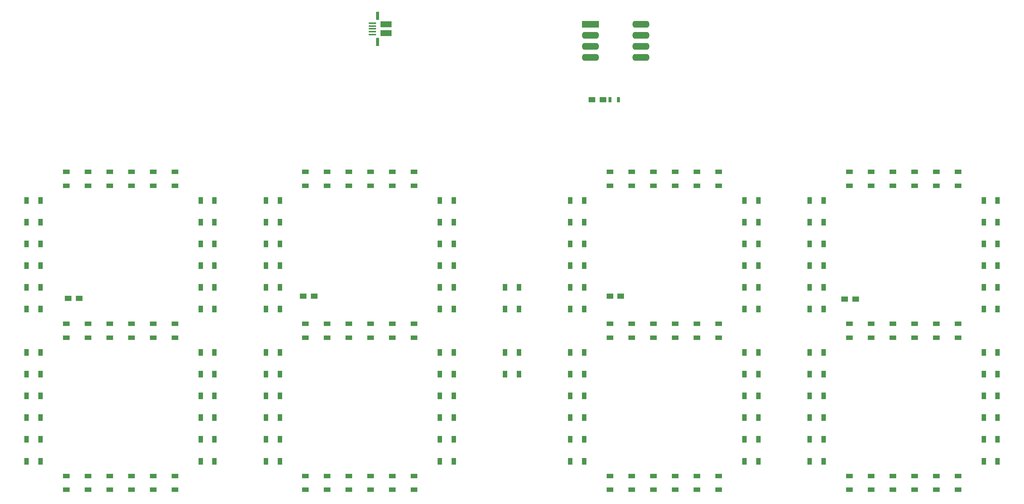
<source format=gbr>
G04 #@! TF.GenerationSoftware,KiCad,Pcbnew,(5.0.0)*
G04 #@! TF.CreationDate,2020-05-21T20:29:27-04:00*
G04 #@! TF.ProjectId,WS2812 ClockDIY,57533238313220436C6F636B4449592E,rev?*
G04 #@! TF.SameCoordinates,Original*
G04 #@! TF.FileFunction,Paste,Top*
G04 #@! TF.FilePolarity,Positive*
%FSLAX46Y46*%
G04 Gerber Fmt 4.6, Leading zero omitted, Abs format (unit mm)*
G04 Created by KiCad (PCBNEW (5.0.0)) date 05/21/20 20:29:27*
%MOMM*%
%LPD*%
G01*
G04 APERTURE LIST*
%ADD10R,1.600000X1.000000*%
%ADD11R,1.500000X1.250000*%
%ADD12R,4.000000X1.600000*%
%ADD13O,4.000000X1.600000*%
%ADD14R,0.700000X1.300000*%
%ADD15R,1.000000X1.600000*%
%ADD16R,2.500000X1.425000*%
%ADD17R,0.700000X1.825000*%
%ADD18R,1.750000X0.400000*%
G04 APERTURE END LIST*
D10*
G04 #@! TO.C,U84*
X227500000Y-104100000D03*
X227500000Y-100900000D03*
X222500000Y-104100000D03*
X222500000Y-100900000D03*
G04 #@! TD*
D11*
G04 #@! TO.C,C3*
X45500000Y-95000000D03*
X43000000Y-95000000D03*
G04 #@! TD*
G04 #@! TO.C,C4*
X163391001Y-49316001D03*
X165891001Y-49316001D03*
G04 #@! TD*
G04 #@! TO.C,C5*
X223950000Y-95200000D03*
X221450000Y-95200000D03*
G04 #@! TD*
G04 #@! TO.C,C6*
X167500000Y-94500000D03*
X170000000Y-94500000D03*
G04 #@! TD*
G04 #@! TO.C,C7*
X99500000Y-94500000D03*
X97000000Y-94500000D03*
G04 #@! TD*
D12*
G04 #@! TO.C,MCU1*
X163000000Y-32000000D03*
D13*
X174620000Y-39620000D03*
X163000000Y-34540000D03*
X174620000Y-37080000D03*
X163000000Y-37080000D03*
X174620000Y-34540000D03*
X163000000Y-39620000D03*
X174620000Y-32000000D03*
G04 #@! TD*
D14*
G04 #@! TO.C,R1*
X169441001Y-49346001D03*
X167541001Y-49346001D03*
G04 #@! TD*
D15*
G04 #@! TO.C,U1*
X33400000Y-132500000D03*
X36600000Y-132500000D03*
X33400000Y-127500000D03*
X36600000Y-127500000D03*
G04 #@! TD*
G04 #@! TO.C,U2*
X36600000Y-117500000D03*
X33400000Y-117500000D03*
X36600000Y-122500000D03*
X33400000Y-122500000D03*
G04 #@! TD*
G04 #@! TO.C,U3*
X36600000Y-107500000D03*
X33400000Y-107500000D03*
X36600000Y-112500000D03*
X33400000Y-112500000D03*
G04 #@! TD*
G04 #@! TO.C,U4*
X33400000Y-97500000D03*
X36600000Y-97500000D03*
X33400000Y-92500000D03*
X36600000Y-92500000D03*
G04 #@! TD*
G04 #@! TO.C,U5*
X36600000Y-82500000D03*
X33400000Y-82500000D03*
X36600000Y-87500000D03*
X33400000Y-87500000D03*
G04 #@! TD*
G04 #@! TO.C,U6*
X33400000Y-77500000D03*
X36600000Y-77500000D03*
X33400000Y-72500000D03*
X36600000Y-72500000D03*
G04 #@! TD*
D10*
G04 #@! TO.C,U7*
X47500000Y-69100000D03*
X47500000Y-65900000D03*
X42500000Y-69100000D03*
X42500000Y-65900000D03*
G04 #@! TD*
G04 #@! TO.C,U8*
X52500000Y-65900000D03*
X52500000Y-69100000D03*
X57500000Y-65900000D03*
X57500000Y-69100000D03*
G04 #@! TD*
G04 #@! TO.C,U9*
X67500000Y-69100000D03*
X67500000Y-65900000D03*
X62500000Y-69100000D03*
X62500000Y-65900000D03*
G04 #@! TD*
D15*
G04 #@! TO.C,U10*
X76600000Y-72500000D03*
X73400000Y-72500000D03*
X76600000Y-77500000D03*
X73400000Y-77500000D03*
G04 #@! TD*
G04 #@! TO.C,U11*
X76600000Y-82500000D03*
X73400000Y-82500000D03*
X76600000Y-87500000D03*
X73400000Y-87500000D03*
G04 #@! TD*
G04 #@! TO.C,U12*
X73400000Y-97500000D03*
X76600000Y-97500000D03*
X73400000Y-92500000D03*
X76600000Y-92500000D03*
G04 #@! TD*
G04 #@! TO.C,U13*
X76600000Y-107500000D03*
X73400000Y-107500000D03*
X76600000Y-112500000D03*
X73400000Y-112500000D03*
G04 #@! TD*
G04 #@! TO.C,U14*
X73400000Y-122500000D03*
X76600000Y-122500000D03*
X73400000Y-117500000D03*
X76600000Y-117500000D03*
G04 #@! TD*
G04 #@! TO.C,U15*
X76600000Y-127500000D03*
X73400000Y-127500000D03*
X76600000Y-132500000D03*
X73400000Y-132500000D03*
G04 #@! TD*
D10*
G04 #@! TO.C,U16*
X62500000Y-135900000D03*
X62500000Y-139100000D03*
X67500000Y-135900000D03*
X67500000Y-139100000D03*
G04 #@! TD*
G04 #@! TO.C,U17*
X57500000Y-139100000D03*
X57500000Y-135900000D03*
X52500000Y-139100000D03*
X52500000Y-135900000D03*
G04 #@! TD*
G04 #@! TO.C,U18*
X42500000Y-135900000D03*
X42500000Y-139100000D03*
X47500000Y-135900000D03*
X47500000Y-139100000D03*
G04 #@! TD*
G04 #@! TO.C,U19*
X42500000Y-100900000D03*
X42500000Y-104100000D03*
X47500000Y-100900000D03*
X47500000Y-104100000D03*
G04 #@! TD*
G04 #@! TO.C,U20*
X57500000Y-104100000D03*
X57500000Y-100900000D03*
X52500000Y-104100000D03*
X52500000Y-100900000D03*
G04 #@! TD*
G04 #@! TO.C,U21*
X67500000Y-104100000D03*
X67500000Y-100900000D03*
X62500000Y-104100000D03*
X62500000Y-100900000D03*
G04 #@! TD*
D15*
G04 #@! TO.C,U22*
X88400000Y-132500000D03*
X91600000Y-132500000D03*
X88400000Y-127500000D03*
X91600000Y-127500000D03*
G04 #@! TD*
G04 #@! TO.C,U23*
X91600000Y-117500000D03*
X88400000Y-117500000D03*
X91600000Y-122500000D03*
X88400000Y-122500000D03*
G04 #@! TD*
G04 #@! TO.C,U24*
X88400000Y-112500000D03*
X91600000Y-112500000D03*
X88400000Y-107500000D03*
X91600000Y-107500000D03*
G04 #@! TD*
G04 #@! TO.C,U25*
X91600000Y-92500000D03*
X88400000Y-92500000D03*
X91600000Y-97500000D03*
X88400000Y-97500000D03*
G04 #@! TD*
G04 #@! TO.C,U26*
X88400000Y-87500000D03*
X91600000Y-87500000D03*
X88400000Y-82500000D03*
X91600000Y-82500000D03*
G04 #@! TD*
G04 #@! TO.C,U27*
X91600000Y-72500000D03*
X88400000Y-72500000D03*
X91600000Y-77500000D03*
X88400000Y-77500000D03*
G04 #@! TD*
D10*
G04 #@! TO.C,U28*
X97500000Y-65900000D03*
X97500000Y-69100000D03*
X102500000Y-65900000D03*
X102500000Y-69100000D03*
G04 #@! TD*
G04 #@! TO.C,U29*
X112500000Y-69100000D03*
X112500000Y-65900000D03*
X107500000Y-69100000D03*
X107500000Y-65900000D03*
G04 #@! TD*
G04 #@! TO.C,U30*
X117500000Y-65900000D03*
X117500000Y-69100000D03*
X122500000Y-65900000D03*
X122500000Y-69100000D03*
G04 #@! TD*
D15*
G04 #@! TO.C,U31*
X128400000Y-77500000D03*
X131600000Y-77500000D03*
X128400000Y-72500000D03*
X131600000Y-72500000D03*
G04 #@! TD*
G04 #@! TO.C,U32*
X131600000Y-82500000D03*
X128400000Y-82500000D03*
X131600000Y-87500000D03*
X128400000Y-87500000D03*
G04 #@! TD*
G04 #@! TO.C,U33*
X128400000Y-97500000D03*
X131600000Y-97500000D03*
X128400000Y-92500000D03*
X131600000Y-92500000D03*
G04 #@! TD*
G04 #@! TO.C,U34*
X131600000Y-107500000D03*
X128400000Y-107500000D03*
X131600000Y-112500000D03*
X128400000Y-112500000D03*
G04 #@! TD*
G04 #@! TO.C,U35*
X128400000Y-122500000D03*
X131600000Y-122500000D03*
X128400000Y-117500000D03*
X131600000Y-117500000D03*
G04 #@! TD*
G04 #@! TO.C,U36*
X131600000Y-127500000D03*
X128400000Y-127500000D03*
X131600000Y-132500000D03*
X128400000Y-132500000D03*
G04 #@! TD*
D10*
G04 #@! TO.C,U37*
X117500000Y-135900000D03*
X117500000Y-139100000D03*
X122500000Y-135900000D03*
X122500000Y-139100000D03*
G04 #@! TD*
G04 #@! TO.C,U38*
X112500000Y-139100000D03*
X112500000Y-135900000D03*
X107500000Y-139100000D03*
X107500000Y-135900000D03*
G04 #@! TD*
G04 #@! TO.C,U39*
X97500000Y-135900000D03*
X97500000Y-139100000D03*
X102500000Y-135900000D03*
X102500000Y-139100000D03*
G04 #@! TD*
G04 #@! TO.C,U40*
X97500000Y-100900000D03*
X97500000Y-104100000D03*
X102500000Y-100900000D03*
X102500000Y-104100000D03*
G04 #@! TD*
D16*
G04 #@! TO.C,USB1*
X116000000Y-32000000D03*
D17*
X114040000Y-35990000D03*
D18*
X112925000Y-34300000D03*
X112925000Y-33650000D03*
X112925000Y-33000000D03*
X112925000Y-32350000D03*
X112925000Y-31700000D03*
D17*
X114040000Y-30010000D03*
D16*
X116000000Y-34000000D03*
G04 #@! TD*
D10*
G04 #@! TO.C,U41*
X112500000Y-104100000D03*
X112500000Y-100900000D03*
X107500000Y-104100000D03*
X107500000Y-100900000D03*
G04 #@! TD*
G04 #@! TO.C,U42*
X117500000Y-100900000D03*
X117500000Y-104100000D03*
X122500000Y-100900000D03*
X122500000Y-104100000D03*
G04 #@! TD*
D15*
G04 #@! TO.C,U43*
X146600000Y-107500000D03*
X143400000Y-107500000D03*
X146600000Y-112500000D03*
X143400000Y-112500000D03*
G04 #@! TD*
G04 #@! TO.C,U44*
X143400000Y-97500000D03*
X146600000Y-97500000D03*
X143400000Y-92500000D03*
X146600000Y-92500000D03*
G04 #@! TD*
G04 #@! TO.C,U45*
X161600000Y-127500000D03*
X158400000Y-127500000D03*
X161600000Y-132500000D03*
X158400000Y-132500000D03*
G04 #@! TD*
G04 #@! TO.C,U46*
X158400000Y-122500000D03*
X161600000Y-122500000D03*
X158400000Y-117500000D03*
X161600000Y-117500000D03*
G04 #@! TD*
G04 #@! TO.C,U47*
X161600000Y-107500000D03*
X158400000Y-107500000D03*
X161600000Y-112500000D03*
X158400000Y-112500000D03*
G04 #@! TD*
G04 #@! TO.C,U48*
X158400000Y-97500000D03*
X161600000Y-97500000D03*
X158400000Y-92500000D03*
X161600000Y-92500000D03*
G04 #@! TD*
G04 #@! TO.C,U49*
X161600000Y-82500000D03*
X158400000Y-82500000D03*
X161600000Y-87500000D03*
X158400000Y-87500000D03*
G04 #@! TD*
G04 #@! TO.C,U50*
X158400000Y-77500000D03*
X161600000Y-77500000D03*
X158400000Y-72500000D03*
X161600000Y-72500000D03*
G04 #@! TD*
D10*
G04 #@! TO.C,U51*
X172500000Y-69100000D03*
X172500000Y-65900000D03*
X167500000Y-69100000D03*
X167500000Y-65900000D03*
G04 #@! TD*
G04 #@! TO.C,U52*
X177500000Y-65900000D03*
X177500000Y-69100000D03*
X182500000Y-65900000D03*
X182500000Y-69100000D03*
G04 #@! TD*
G04 #@! TO.C,U53*
X192500000Y-69100000D03*
X192500000Y-65900000D03*
X187500000Y-69100000D03*
X187500000Y-65900000D03*
G04 #@! TD*
D15*
G04 #@! TO.C,U54*
X198400000Y-77500000D03*
X201600000Y-77500000D03*
X198400000Y-72500000D03*
X201600000Y-72500000D03*
G04 #@! TD*
G04 #@! TO.C,U55*
X201600000Y-82500000D03*
X198400000Y-82500000D03*
X201600000Y-87500000D03*
X198400000Y-87500000D03*
G04 #@! TD*
G04 #@! TO.C,U56*
X198400000Y-97500000D03*
X201600000Y-97500000D03*
X198400000Y-92500000D03*
X201600000Y-92500000D03*
G04 #@! TD*
G04 #@! TO.C,U57*
X201600000Y-107500000D03*
X198400000Y-107500000D03*
X201600000Y-112500000D03*
X198400000Y-112500000D03*
G04 #@! TD*
G04 #@! TO.C,U58*
X198400000Y-122500000D03*
X201600000Y-122500000D03*
X198400000Y-117500000D03*
X201600000Y-117500000D03*
G04 #@! TD*
G04 #@! TO.C,U59*
X198400000Y-132500000D03*
X201600000Y-132500000D03*
X198400000Y-127500000D03*
X201600000Y-127500000D03*
G04 #@! TD*
D10*
G04 #@! TO.C,U60*
X192500000Y-139100000D03*
X192500000Y-135900000D03*
X187500000Y-139100000D03*
X187500000Y-135900000D03*
G04 #@! TD*
G04 #@! TO.C,U61*
X177500000Y-135900000D03*
X177500000Y-139100000D03*
X182500000Y-135900000D03*
X182500000Y-139100000D03*
G04 #@! TD*
G04 #@! TO.C,U62*
X172500000Y-139100000D03*
X172500000Y-135900000D03*
X167500000Y-139100000D03*
X167500000Y-135900000D03*
G04 #@! TD*
G04 #@! TO.C,U63*
X172500000Y-104100000D03*
X172500000Y-100900000D03*
X167500000Y-104100000D03*
X167500000Y-100900000D03*
G04 #@! TD*
G04 #@! TO.C,U64*
X177500000Y-100900000D03*
X177500000Y-104100000D03*
X182500000Y-100900000D03*
X182500000Y-104100000D03*
G04 #@! TD*
G04 #@! TO.C,U65*
X192500000Y-104100000D03*
X192500000Y-100900000D03*
X187500000Y-104100000D03*
X187500000Y-100900000D03*
G04 #@! TD*
D15*
G04 #@! TO.C,U66*
X213400000Y-132500000D03*
X216600000Y-132500000D03*
X213400000Y-127500000D03*
X216600000Y-127500000D03*
G04 #@! TD*
G04 #@! TO.C,U67*
X216600000Y-117500000D03*
X213400000Y-117500000D03*
X216600000Y-122500000D03*
X213400000Y-122500000D03*
G04 #@! TD*
G04 #@! TO.C,U68*
X213400000Y-112500000D03*
X216600000Y-112500000D03*
X213400000Y-107500000D03*
X216600000Y-107500000D03*
G04 #@! TD*
G04 #@! TO.C,U69*
X216600000Y-92500000D03*
X213400000Y-92500000D03*
X216600000Y-97500000D03*
X213400000Y-97500000D03*
G04 #@! TD*
G04 #@! TO.C,U70*
X216600000Y-82500000D03*
X213400000Y-82500000D03*
X216600000Y-87500000D03*
X213400000Y-87500000D03*
G04 #@! TD*
G04 #@! TO.C,U71*
X213400000Y-77500000D03*
X216600000Y-77500000D03*
X213400000Y-72500000D03*
X216600000Y-72500000D03*
G04 #@! TD*
D10*
G04 #@! TO.C,U72*
X227500000Y-69100000D03*
X227500000Y-65900000D03*
X222500000Y-69100000D03*
X222500000Y-65900000D03*
G04 #@! TD*
G04 #@! TO.C,U73*
X232500000Y-65900000D03*
X232500000Y-69100000D03*
X237500000Y-65900000D03*
X237500000Y-69100000D03*
G04 #@! TD*
G04 #@! TO.C,U74*
X247500000Y-69100000D03*
X247500000Y-65900000D03*
X242500000Y-69100000D03*
X242500000Y-65900000D03*
G04 #@! TD*
D15*
G04 #@! TO.C,U75*
X256600000Y-72500000D03*
X253400000Y-72500000D03*
X256600000Y-77500000D03*
X253400000Y-77500000D03*
G04 #@! TD*
G04 #@! TO.C,U76*
X253400000Y-87500000D03*
X256600000Y-87500000D03*
X253400000Y-82500000D03*
X256600000Y-82500000D03*
G04 #@! TD*
G04 #@! TO.C,U77*
X256600000Y-92500000D03*
X253400000Y-92500000D03*
X256600000Y-97500000D03*
X253400000Y-97500000D03*
G04 #@! TD*
G04 #@! TO.C,U78*
X253400000Y-112500000D03*
X256600000Y-112500000D03*
X253400000Y-107500000D03*
X256600000Y-107500000D03*
G04 #@! TD*
G04 #@! TO.C,U79*
X256600000Y-117500000D03*
X253400000Y-117500000D03*
X256600000Y-122500000D03*
X253400000Y-122500000D03*
G04 #@! TD*
G04 #@! TO.C,U80*
X253400000Y-132500000D03*
X256600000Y-132500000D03*
X253400000Y-127500000D03*
X256600000Y-127500000D03*
G04 #@! TD*
D10*
G04 #@! TO.C,U81*
X247500000Y-139100000D03*
X247500000Y-135900000D03*
X242500000Y-139100000D03*
X242500000Y-135900000D03*
G04 #@! TD*
G04 #@! TO.C,U82*
X232500000Y-135900000D03*
X232500000Y-139100000D03*
X237500000Y-135900000D03*
X237500000Y-139100000D03*
G04 #@! TD*
G04 #@! TO.C,U83*
X227500000Y-139100000D03*
X227500000Y-135900000D03*
X222500000Y-139100000D03*
X222500000Y-135900000D03*
G04 #@! TD*
G04 #@! TO.C,U85*
X232500000Y-100900000D03*
X232500000Y-104100000D03*
X237500000Y-100900000D03*
X237500000Y-104100000D03*
G04 #@! TD*
G04 #@! TO.C,U86*
X247500000Y-104100000D03*
X247500000Y-100900000D03*
X242500000Y-104100000D03*
X242500000Y-100900000D03*
G04 #@! TD*
M02*

</source>
